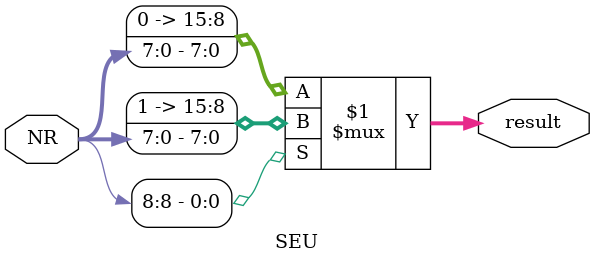
<source format=v>

module SEU( 
 input [8:0]NR,
 //input enable,
 output [15:0]result   
 );
 
/*
 reg [7:0]aux;
 reg [15:0]buff;
 
always @ (enable)
begin
  if(enable) begin
    if( NR[8] == 0 )
        begin
        result = {8'd0, NR[7:0]};  
        end
    else if( NR[8] == 1 && NR[7:0] != 0)
        begin
           aux = ~NR[7:0];           //complementam bitii
           buff = {8'b11111111,aux}; //punem masca pt nr negative
           result = buff + 1;        // adunam 1 pt complement de 2       
        end
    else result = 16'd0;
    end
end
endmodule */


assign result = NR[8] ? {8'b11111111,NR[7:0]} : {8'd0, NR[7:0]};

endmodule 

</source>
